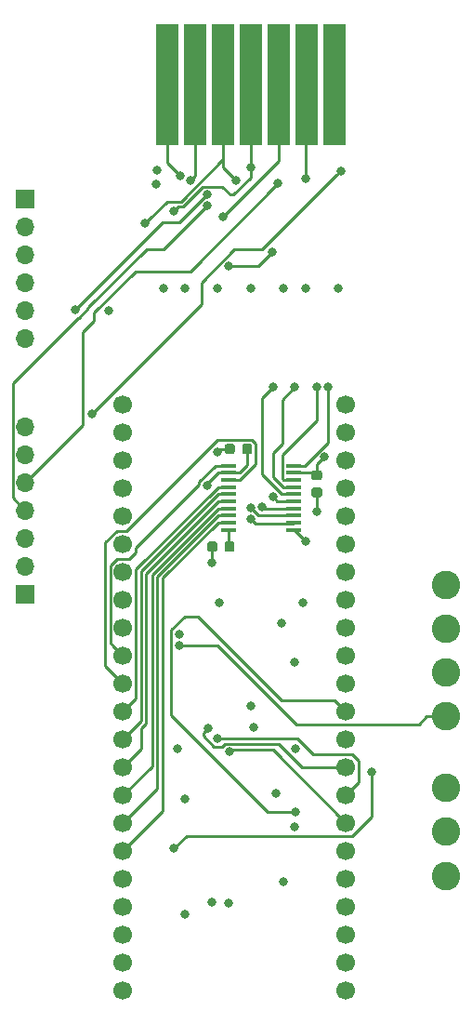
<source format=gtl>
%TF.GenerationSoftware,KiCad,Pcbnew,5.0.2+dfsg1-1*%
%TF.CreationDate,2021-12-28T09:45:32+01:00*%
%TF.ProjectId,GbSwitchFp,47625377-6974-4636-9846-702e6b696361,rev?*%
%TF.SameCoordinates,Original*%
%TF.FileFunction,Copper,L1,Top*%
%TF.FilePolarity,Positive*%
%FSLAX46Y46*%
G04 Gerber Fmt 4.6, Leading zero omitted, Abs format (unit mm)*
G04 Created by KiCad (PCBNEW 5.0.2+dfsg1-1) date Tue 28 Dec 2021 09:45:32 AM CET*
%MOMM*%
%LPD*%
G01*
G04 APERTURE LIST*
%ADD10C,1.700000*%
%ADD11O,1.700000X1.700000*%
%ADD12R,1.700000X1.700000*%
%ADD13C,0.100000*%
%ADD14C,0.875000*%
%ADD15R,2.000000X11.000000*%
%ADD16C,2.600000*%
%ADD17R,1.450000X0.450000*%
%ADD18C,0.800000*%
%ADD19C,0.250000*%
G04 APERTURE END LIST*
D10*
X118872000Y-139446000D03*
X118872000Y-136906000D03*
X118872000Y-134366000D03*
X118872000Y-131826000D03*
X118872000Y-129286000D03*
X118872000Y-126746000D03*
X118872000Y-124206000D03*
X118872000Y-121666000D03*
X118872000Y-119126000D03*
X118872000Y-116586000D03*
X118872000Y-114046000D03*
X118872000Y-111506000D03*
X118872000Y-108966000D03*
X118872000Y-106426000D03*
X118872000Y-103886000D03*
X118872000Y-101346000D03*
X118872000Y-98806000D03*
X118872000Y-96266000D03*
X118872000Y-93726000D03*
X118872000Y-91186000D03*
X118872000Y-88646000D03*
X118872000Y-86106000D03*
X139192000Y-86106000D03*
X139192000Y-88646000D03*
X139192000Y-91186000D03*
X139192000Y-93726000D03*
X139192000Y-96266000D03*
X139192000Y-98806000D03*
X139192000Y-101346000D03*
X139192000Y-103886000D03*
X139192000Y-106426000D03*
X139192000Y-108966000D03*
X139192000Y-111506000D03*
X139192000Y-114046000D03*
X139192000Y-116586000D03*
X139192000Y-119126000D03*
X139192000Y-121666000D03*
X139192000Y-124206000D03*
X139192000Y-126746000D03*
X139192000Y-129286000D03*
X139192000Y-131826000D03*
X139192000Y-134366000D03*
X139192000Y-136906000D03*
X139192000Y-139446000D03*
D11*
X109982000Y-80137000D03*
X109982000Y-77597000D03*
X109982000Y-75057000D03*
X109982000Y-72517000D03*
X109982000Y-69977000D03*
D12*
X109982000Y-67437000D03*
D11*
X109982000Y-88138000D03*
X109982000Y-90678000D03*
X109982000Y-93218000D03*
X109982000Y-95758000D03*
X109982000Y-98298000D03*
X109982000Y-100838000D03*
D12*
X109982000Y-103378000D03*
D13*
G36*
X130415191Y-89696053D02*
X130436426Y-89699203D01*
X130457250Y-89704419D01*
X130477462Y-89711651D01*
X130496868Y-89720830D01*
X130515281Y-89731866D01*
X130532524Y-89744654D01*
X130548430Y-89759070D01*
X130562846Y-89774976D01*
X130575634Y-89792219D01*
X130586670Y-89810632D01*
X130595849Y-89830038D01*
X130603081Y-89850250D01*
X130608297Y-89871074D01*
X130611447Y-89892309D01*
X130612500Y-89913750D01*
X130612500Y-90426250D01*
X130611447Y-90447691D01*
X130608297Y-90468926D01*
X130603081Y-90489750D01*
X130595849Y-90509962D01*
X130586670Y-90529368D01*
X130575634Y-90547781D01*
X130562846Y-90565024D01*
X130548430Y-90580930D01*
X130532524Y-90595346D01*
X130515281Y-90608134D01*
X130496868Y-90619170D01*
X130477462Y-90628349D01*
X130457250Y-90635581D01*
X130436426Y-90640797D01*
X130415191Y-90643947D01*
X130393750Y-90645000D01*
X129956250Y-90645000D01*
X129934809Y-90643947D01*
X129913574Y-90640797D01*
X129892750Y-90635581D01*
X129872538Y-90628349D01*
X129853132Y-90619170D01*
X129834719Y-90608134D01*
X129817476Y-90595346D01*
X129801570Y-90580930D01*
X129787154Y-90565024D01*
X129774366Y-90547781D01*
X129763330Y-90529368D01*
X129754151Y-90509962D01*
X129746919Y-90489750D01*
X129741703Y-90468926D01*
X129738553Y-90447691D01*
X129737500Y-90426250D01*
X129737500Y-89913750D01*
X129738553Y-89892309D01*
X129741703Y-89871074D01*
X129746919Y-89850250D01*
X129754151Y-89830038D01*
X129763330Y-89810632D01*
X129774366Y-89792219D01*
X129787154Y-89774976D01*
X129801570Y-89759070D01*
X129817476Y-89744654D01*
X129834719Y-89731866D01*
X129853132Y-89720830D01*
X129872538Y-89711651D01*
X129892750Y-89704419D01*
X129913574Y-89699203D01*
X129934809Y-89696053D01*
X129956250Y-89695000D01*
X130393750Y-89695000D01*
X130415191Y-89696053D01*
X130415191Y-89696053D01*
G37*
D14*
X130175000Y-90170000D03*
D13*
G36*
X128840191Y-89696053D02*
X128861426Y-89699203D01*
X128882250Y-89704419D01*
X128902462Y-89711651D01*
X128921868Y-89720830D01*
X128940281Y-89731866D01*
X128957524Y-89744654D01*
X128973430Y-89759070D01*
X128987846Y-89774976D01*
X129000634Y-89792219D01*
X129011670Y-89810632D01*
X129020849Y-89830038D01*
X129028081Y-89850250D01*
X129033297Y-89871074D01*
X129036447Y-89892309D01*
X129037500Y-89913750D01*
X129037500Y-90426250D01*
X129036447Y-90447691D01*
X129033297Y-90468926D01*
X129028081Y-90489750D01*
X129020849Y-90509962D01*
X129011670Y-90529368D01*
X129000634Y-90547781D01*
X128987846Y-90565024D01*
X128973430Y-90580930D01*
X128957524Y-90595346D01*
X128940281Y-90608134D01*
X128921868Y-90619170D01*
X128902462Y-90628349D01*
X128882250Y-90635581D01*
X128861426Y-90640797D01*
X128840191Y-90643947D01*
X128818750Y-90645000D01*
X128381250Y-90645000D01*
X128359809Y-90643947D01*
X128338574Y-90640797D01*
X128317750Y-90635581D01*
X128297538Y-90628349D01*
X128278132Y-90619170D01*
X128259719Y-90608134D01*
X128242476Y-90595346D01*
X128226570Y-90580930D01*
X128212154Y-90565024D01*
X128199366Y-90547781D01*
X128188330Y-90529368D01*
X128179151Y-90509962D01*
X128171919Y-90489750D01*
X128166703Y-90468926D01*
X128163553Y-90447691D01*
X128162500Y-90426250D01*
X128162500Y-89913750D01*
X128163553Y-89892309D01*
X128166703Y-89871074D01*
X128171919Y-89850250D01*
X128179151Y-89830038D01*
X128188330Y-89810632D01*
X128199366Y-89792219D01*
X128212154Y-89774976D01*
X128226570Y-89759070D01*
X128242476Y-89744654D01*
X128259719Y-89731866D01*
X128278132Y-89720830D01*
X128297538Y-89711651D01*
X128317750Y-89704419D01*
X128338574Y-89699203D01*
X128359809Y-89696053D01*
X128381250Y-89695000D01*
X128818750Y-89695000D01*
X128840191Y-89696053D01*
X128840191Y-89696053D01*
G37*
D14*
X128600000Y-90170000D03*
D13*
G36*
X136802691Y-93696053D02*
X136823926Y-93699203D01*
X136844750Y-93704419D01*
X136864962Y-93711651D01*
X136884368Y-93720830D01*
X136902781Y-93731866D01*
X136920024Y-93744654D01*
X136935930Y-93759070D01*
X136950346Y-93774976D01*
X136963134Y-93792219D01*
X136974170Y-93810632D01*
X136983349Y-93830038D01*
X136990581Y-93850250D01*
X136995797Y-93871074D01*
X136998947Y-93892309D01*
X137000000Y-93913750D01*
X137000000Y-94351250D01*
X136998947Y-94372691D01*
X136995797Y-94393926D01*
X136990581Y-94414750D01*
X136983349Y-94434962D01*
X136974170Y-94454368D01*
X136963134Y-94472781D01*
X136950346Y-94490024D01*
X136935930Y-94505930D01*
X136920024Y-94520346D01*
X136902781Y-94533134D01*
X136884368Y-94544170D01*
X136864962Y-94553349D01*
X136844750Y-94560581D01*
X136823926Y-94565797D01*
X136802691Y-94568947D01*
X136781250Y-94570000D01*
X136268750Y-94570000D01*
X136247309Y-94568947D01*
X136226074Y-94565797D01*
X136205250Y-94560581D01*
X136185038Y-94553349D01*
X136165632Y-94544170D01*
X136147219Y-94533134D01*
X136129976Y-94520346D01*
X136114070Y-94505930D01*
X136099654Y-94490024D01*
X136086866Y-94472781D01*
X136075830Y-94454368D01*
X136066651Y-94434962D01*
X136059419Y-94414750D01*
X136054203Y-94393926D01*
X136051053Y-94372691D01*
X136050000Y-94351250D01*
X136050000Y-93913750D01*
X136051053Y-93892309D01*
X136054203Y-93871074D01*
X136059419Y-93850250D01*
X136066651Y-93830038D01*
X136075830Y-93810632D01*
X136086866Y-93792219D01*
X136099654Y-93774976D01*
X136114070Y-93759070D01*
X136129976Y-93744654D01*
X136147219Y-93731866D01*
X136165632Y-93720830D01*
X136185038Y-93711651D01*
X136205250Y-93704419D01*
X136226074Y-93699203D01*
X136247309Y-93696053D01*
X136268750Y-93695000D01*
X136781250Y-93695000D01*
X136802691Y-93696053D01*
X136802691Y-93696053D01*
G37*
D14*
X136525000Y-94132500D03*
D13*
G36*
X136802691Y-92121053D02*
X136823926Y-92124203D01*
X136844750Y-92129419D01*
X136864962Y-92136651D01*
X136884368Y-92145830D01*
X136902781Y-92156866D01*
X136920024Y-92169654D01*
X136935930Y-92184070D01*
X136950346Y-92199976D01*
X136963134Y-92217219D01*
X136974170Y-92235632D01*
X136983349Y-92255038D01*
X136990581Y-92275250D01*
X136995797Y-92296074D01*
X136998947Y-92317309D01*
X137000000Y-92338750D01*
X137000000Y-92776250D01*
X136998947Y-92797691D01*
X136995797Y-92818926D01*
X136990581Y-92839750D01*
X136983349Y-92859962D01*
X136974170Y-92879368D01*
X136963134Y-92897781D01*
X136950346Y-92915024D01*
X136935930Y-92930930D01*
X136920024Y-92945346D01*
X136902781Y-92958134D01*
X136884368Y-92969170D01*
X136864962Y-92978349D01*
X136844750Y-92985581D01*
X136823926Y-92990797D01*
X136802691Y-92993947D01*
X136781250Y-92995000D01*
X136268750Y-92995000D01*
X136247309Y-92993947D01*
X136226074Y-92990797D01*
X136205250Y-92985581D01*
X136185038Y-92978349D01*
X136165632Y-92969170D01*
X136147219Y-92958134D01*
X136129976Y-92945346D01*
X136114070Y-92930930D01*
X136099654Y-92915024D01*
X136086866Y-92897781D01*
X136075830Y-92879368D01*
X136066651Y-92859962D01*
X136059419Y-92839750D01*
X136054203Y-92818926D01*
X136051053Y-92797691D01*
X136050000Y-92776250D01*
X136050000Y-92338750D01*
X136051053Y-92317309D01*
X136054203Y-92296074D01*
X136059419Y-92275250D01*
X136066651Y-92255038D01*
X136075830Y-92235632D01*
X136086866Y-92217219D01*
X136099654Y-92199976D01*
X136114070Y-92184070D01*
X136129976Y-92169654D01*
X136147219Y-92156866D01*
X136165632Y-92145830D01*
X136185038Y-92136651D01*
X136205250Y-92129419D01*
X136226074Y-92124203D01*
X136247309Y-92121053D01*
X136268750Y-92120000D01*
X136781250Y-92120000D01*
X136802691Y-92121053D01*
X136802691Y-92121053D01*
G37*
D14*
X136525000Y-92557500D03*
D15*
X122916000Y-57023000D03*
X125456000Y-57023000D03*
X127996000Y-57023000D03*
X130536000Y-57023000D03*
X138156000Y-57023000D03*
X133076000Y-57023000D03*
X135616000Y-57023000D03*
D16*
X148336000Y-129031000D03*
X148336000Y-125031000D03*
X148336000Y-121031000D03*
X148336000Y-114531000D03*
X148336000Y-110531000D03*
X148336000Y-106531000D03*
X148336000Y-102531000D03*
D17*
X128524000Y-91679000D03*
X128524000Y-92329000D03*
X128524000Y-92979000D03*
X128524000Y-93629000D03*
X128524000Y-94279000D03*
X128524000Y-94929000D03*
X128524000Y-95579000D03*
X128524000Y-96229000D03*
X128524000Y-96879000D03*
X128524000Y-97529000D03*
X134424000Y-97529000D03*
X134424000Y-96879000D03*
X134424000Y-96229000D03*
X134424000Y-95579000D03*
X134424000Y-94929000D03*
X134424000Y-94279000D03*
X134424000Y-93629000D03*
X134424000Y-92979000D03*
X134424000Y-92329000D03*
X134424000Y-91679000D03*
D13*
G36*
X128815191Y-98586053D02*
X128836426Y-98589203D01*
X128857250Y-98594419D01*
X128877462Y-98601651D01*
X128896868Y-98610830D01*
X128915281Y-98621866D01*
X128932524Y-98634654D01*
X128948430Y-98649070D01*
X128962846Y-98664976D01*
X128975634Y-98682219D01*
X128986670Y-98700632D01*
X128995849Y-98720038D01*
X129003081Y-98740250D01*
X129008297Y-98761074D01*
X129011447Y-98782309D01*
X129012500Y-98803750D01*
X129012500Y-99316250D01*
X129011447Y-99337691D01*
X129008297Y-99358926D01*
X129003081Y-99379750D01*
X128995849Y-99399962D01*
X128986670Y-99419368D01*
X128975634Y-99437781D01*
X128962846Y-99455024D01*
X128948430Y-99470930D01*
X128932524Y-99485346D01*
X128915281Y-99498134D01*
X128896868Y-99509170D01*
X128877462Y-99518349D01*
X128857250Y-99525581D01*
X128836426Y-99530797D01*
X128815191Y-99533947D01*
X128793750Y-99535000D01*
X128356250Y-99535000D01*
X128334809Y-99533947D01*
X128313574Y-99530797D01*
X128292750Y-99525581D01*
X128272538Y-99518349D01*
X128253132Y-99509170D01*
X128234719Y-99498134D01*
X128217476Y-99485346D01*
X128201570Y-99470930D01*
X128187154Y-99455024D01*
X128174366Y-99437781D01*
X128163330Y-99419368D01*
X128154151Y-99399962D01*
X128146919Y-99379750D01*
X128141703Y-99358926D01*
X128138553Y-99337691D01*
X128137500Y-99316250D01*
X128137500Y-98803750D01*
X128138553Y-98782309D01*
X128141703Y-98761074D01*
X128146919Y-98740250D01*
X128154151Y-98720038D01*
X128163330Y-98700632D01*
X128174366Y-98682219D01*
X128187154Y-98664976D01*
X128201570Y-98649070D01*
X128217476Y-98634654D01*
X128234719Y-98621866D01*
X128253132Y-98610830D01*
X128272538Y-98601651D01*
X128292750Y-98594419D01*
X128313574Y-98589203D01*
X128334809Y-98586053D01*
X128356250Y-98585000D01*
X128793750Y-98585000D01*
X128815191Y-98586053D01*
X128815191Y-98586053D01*
G37*
D14*
X128575000Y-99060000D03*
D13*
G36*
X127240191Y-98586053D02*
X127261426Y-98589203D01*
X127282250Y-98594419D01*
X127302462Y-98601651D01*
X127321868Y-98610830D01*
X127340281Y-98621866D01*
X127357524Y-98634654D01*
X127373430Y-98649070D01*
X127387846Y-98664976D01*
X127400634Y-98682219D01*
X127411670Y-98700632D01*
X127420849Y-98720038D01*
X127428081Y-98740250D01*
X127433297Y-98761074D01*
X127436447Y-98782309D01*
X127437500Y-98803750D01*
X127437500Y-99316250D01*
X127436447Y-99337691D01*
X127433297Y-99358926D01*
X127428081Y-99379750D01*
X127420849Y-99399962D01*
X127411670Y-99419368D01*
X127400634Y-99437781D01*
X127387846Y-99455024D01*
X127373430Y-99470930D01*
X127357524Y-99485346D01*
X127340281Y-99498134D01*
X127321868Y-99509170D01*
X127302462Y-99518349D01*
X127282250Y-99525581D01*
X127261426Y-99530797D01*
X127240191Y-99533947D01*
X127218750Y-99535000D01*
X126781250Y-99535000D01*
X126759809Y-99533947D01*
X126738574Y-99530797D01*
X126717750Y-99525581D01*
X126697538Y-99518349D01*
X126678132Y-99509170D01*
X126659719Y-99498134D01*
X126642476Y-99485346D01*
X126626570Y-99470930D01*
X126612154Y-99455024D01*
X126599366Y-99437781D01*
X126588330Y-99419368D01*
X126579151Y-99399962D01*
X126571919Y-99379750D01*
X126566703Y-99358926D01*
X126563553Y-99337691D01*
X126562500Y-99316250D01*
X126562500Y-98803750D01*
X126563553Y-98782309D01*
X126566703Y-98761074D01*
X126571919Y-98740250D01*
X126579151Y-98720038D01*
X126588330Y-98700632D01*
X126599366Y-98682219D01*
X126612154Y-98664976D01*
X126626570Y-98649070D01*
X126642476Y-98634654D01*
X126659719Y-98621866D01*
X126678132Y-98610830D01*
X126697538Y-98601651D01*
X126717750Y-98594419D01*
X126738574Y-98589203D01*
X126759809Y-98586053D01*
X126781250Y-98585000D01*
X127218750Y-98585000D01*
X127240191Y-98586053D01*
X127240191Y-98586053D01*
G37*
D14*
X127000000Y-99060000D03*
D18*
X126522660Y-93527340D03*
X127000000Y-100502340D03*
X138510000Y-75540000D03*
X130510000Y-75540000D03*
X127510000Y-75540000D03*
X124510000Y-75540000D03*
X133510000Y-75540000D03*
X135510000Y-75540000D03*
X135510000Y-98540000D03*
X134510000Y-109540000D03*
X124510000Y-132540000D03*
X128510000Y-131540000D03*
X134510000Y-124540000D03*
X121997340Y-64814990D03*
X122522660Y-75552660D03*
X117522660Y-77552660D03*
X127447823Y-90452504D03*
X132784990Y-121552660D03*
X124000000Y-107000000D03*
X124500000Y-122000000D03*
X134620000Y-117475000D03*
X136525000Y-95885000D03*
X133350000Y-106045000D03*
X123825000Y-117475000D03*
X127000000Y-131445000D03*
X135255000Y-104140000D03*
X127635000Y-104140000D03*
X137229153Y-90874153D03*
X130510000Y-113540000D03*
X130810000Y-115540000D03*
X133510000Y-129540000D03*
X134620000Y-123190000D03*
X126593528Y-115632793D03*
X127510000Y-116540000D03*
X128563793Y-117715020D03*
X130510000Y-96540000D03*
X130510000Y-95540000D03*
X131547486Y-95479164D03*
X132510000Y-94540000D03*
X132510000Y-84540000D03*
X121920000Y-66040000D03*
X137510000Y-84540000D03*
X136510000Y-84540000D03*
X134510000Y-84540000D03*
X141510000Y-119540000D03*
X123510000Y-126540000D03*
X124033913Y-108039958D03*
X116000000Y-87000000D03*
X138714849Y-64846529D03*
X133000000Y-66000000D03*
X126512660Y-68012660D03*
X114500000Y-77500000D03*
X126500000Y-67000000D03*
X135510000Y-65540000D03*
X128510000Y-73540000D03*
X132470663Y-72264999D03*
X129170980Y-65698142D03*
X120902362Y-69622958D03*
X130510000Y-64540000D03*
X123500000Y-68500000D03*
X124125106Y-65309495D03*
X128000000Y-69000000D03*
X125029905Y-65735361D03*
D19*
X127549000Y-96879000D02*
X122510000Y-101918000D01*
X128524000Y-96879000D02*
X127549000Y-96879000D01*
X122510000Y-123108000D02*
X118872000Y-126746000D01*
X122510000Y-101918000D02*
X122510000Y-123108000D01*
X121960009Y-121117991D02*
X118872000Y-124206000D01*
X127549000Y-96229000D02*
X121960010Y-101817990D01*
X121960010Y-101817990D02*
X121960009Y-121117991D01*
X128524000Y-96229000D02*
X127549000Y-96229000D01*
X127549000Y-95579000D02*
X121510000Y-101618000D01*
X128524000Y-95579000D02*
X127549000Y-95579000D01*
X121510000Y-119028000D02*
X118872000Y-121666000D01*
X121510000Y-101618000D02*
X121510000Y-119028000D01*
X120960009Y-115134401D02*
X120510000Y-115584410D01*
X120960010Y-101517990D02*
X120960009Y-115134401D01*
X127549000Y-94929000D02*
X120960010Y-101517990D01*
X128524000Y-94929000D02*
X127549000Y-94929000D01*
X120510000Y-117488000D02*
X118872000Y-119126000D01*
X120510000Y-115584410D02*
X120510000Y-117488000D01*
X127549000Y-94279000D02*
X120510000Y-101318000D01*
X128524000Y-94279000D02*
X127549000Y-94279000D01*
X120510000Y-114948000D02*
X118872000Y-116586000D01*
X120510000Y-101318000D02*
X120510000Y-114948000D01*
X119721999Y-113196001D02*
X118872000Y-114046000D01*
X120047001Y-112870999D02*
X119721999Y-113196001D01*
X120047001Y-101130999D02*
X120047001Y-112870999D01*
X127549000Y-93629000D02*
X120047001Y-101130999D01*
X128524000Y-93629000D02*
X127549000Y-93629000D01*
X118022001Y-110656001D02*
X118872000Y-111506000D01*
X119198321Y-97630999D02*
X118307999Y-97630999D01*
X117246989Y-109880989D02*
X118022001Y-110656001D01*
X117246989Y-98692009D02*
X117246989Y-109880989D01*
X118307999Y-97630999D02*
X117246989Y-98692009D01*
X127459330Y-89369990D02*
X119198321Y-97630999D01*
X130618984Y-89369990D02*
X127459330Y-89369990D01*
X130937510Y-91540490D02*
X130937510Y-89688516D01*
X129499000Y-92979000D02*
X130937510Y-91540490D01*
X128524000Y-92979000D02*
X129499000Y-92979000D01*
X130937510Y-89688516D02*
X130618984Y-89369990D01*
X118022001Y-108116001D02*
X118872000Y-108966000D01*
X120047001Y-99180999D02*
X120047001Y-99559999D01*
X117696999Y-107790999D02*
X118022001Y-108116001D01*
X118307999Y-100170999D02*
X117696999Y-100781999D01*
X127297996Y-91679000D02*
X125784998Y-93191998D01*
X119436001Y-100170999D02*
X118307999Y-100170999D01*
X120047001Y-99559999D02*
X119436001Y-100170999D01*
X125784998Y-93443002D02*
X120047001Y-99180999D01*
X125784998Y-93191998D02*
X125784998Y-93443002D01*
X128524000Y-91679000D02*
X127297996Y-91679000D01*
X117696999Y-100781999D02*
X117696999Y-107790999D01*
X130175000Y-90645000D02*
X130175000Y-90170000D01*
X130175000Y-91653000D02*
X130175000Y-90645000D01*
X129499000Y-92329000D02*
X130175000Y-91653000D01*
X128524000Y-92329000D02*
X129499000Y-92329000D01*
X126522660Y-93355340D02*
X126522660Y-93527340D01*
X128524000Y-92329000D02*
X127549000Y-92329000D01*
X127549000Y-92329000D02*
X126522660Y-93355340D01*
X127000000Y-99060000D02*
X127000000Y-100502340D01*
X134499000Y-97529000D02*
X135510000Y-98540000D01*
X134424000Y-97529000D02*
X134499000Y-97529000D01*
X127730327Y-90170000D02*
X127447823Y-90452504D01*
X128600000Y-90170000D02*
X127730327Y-90170000D01*
X136525000Y-94132500D02*
X136525000Y-95885000D01*
X136296500Y-92329000D02*
X136525000Y-92557500D01*
X134424000Y-92329000D02*
X136296500Y-92329000D01*
X136525000Y-92557500D02*
X136525000Y-91578306D01*
X136525000Y-91578306D02*
X137229153Y-90874153D01*
X138176000Y-113030000D02*
X139192000Y-114046000D01*
X133350000Y-113030000D02*
X138176000Y-113030000D01*
X132080000Y-123190000D02*
X123274999Y-114384999D01*
X134620000Y-123190000D02*
X132080000Y-123190000D01*
X124516998Y-105410000D02*
X125730000Y-105410000D01*
X123274999Y-114384999D02*
X123274999Y-106651999D01*
X123274999Y-106651999D02*
X124516998Y-105410000D01*
X125730000Y-105410000D02*
X133350000Y-113030000D01*
X137989919Y-119126000D02*
X139192000Y-119126000D01*
X135197998Y-119126000D02*
X137989919Y-119126000D01*
X133062017Y-116990019D02*
X135197998Y-119126000D01*
X128132983Y-116990019D02*
X133062017Y-116990019D01*
X127858001Y-117265001D02*
X128132983Y-116990019D01*
X127161999Y-117265001D02*
X127858001Y-117265001D01*
X126193529Y-116296531D02*
X127161999Y-117265001D01*
X126193529Y-116032792D02*
X126193529Y-116296531D01*
X126593528Y-115632793D02*
X126193529Y-116032792D01*
X140041999Y-120816001D02*
X139192000Y-121666000D01*
X140367001Y-120490999D02*
X140041999Y-120816001D01*
X140367001Y-118561999D02*
X140367001Y-120490999D01*
X136169001Y-117950999D02*
X139756001Y-117950999D01*
X139756001Y-117950999D02*
X140367001Y-118561999D01*
X134758002Y-116540000D02*
X136169001Y-117950999D01*
X127510000Y-116540000D02*
X134758002Y-116540000D01*
X128738813Y-117540000D02*
X128563793Y-117715020D01*
X139192000Y-124206000D02*
X132526000Y-117540000D01*
X132526000Y-117540000D02*
X128738813Y-117540000D01*
X134363001Y-96939999D02*
X134424000Y-96879000D01*
X130909999Y-96939999D02*
X134363001Y-96939999D01*
X130510000Y-96540000D02*
X130909999Y-96939999D01*
X131235001Y-96229000D02*
X133449000Y-96229000D01*
X133449000Y-96229000D02*
X134424000Y-96229000D01*
X130510000Y-95540000D02*
X130546001Y-95540000D01*
X130546001Y-95540000D02*
X131235001Y-96229000D01*
X131647322Y-95579000D02*
X131547486Y-95479164D01*
X134424000Y-95579000D02*
X131647322Y-95579000D01*
X132899000Y-94929000D02*
X134424000Y-94929000D01*
X132510000Y-94540000D02*
X132899000Y-94929000D01*
X134424000Y-94279000D02*
X133322002Y-94279000D01*
X133322002Y-94279000D02*
X131510000Y-92466998D01*
X131510000Y-92466998D02*
X131510000Y-85540000D01*
X131510000Y-85540000D02*
X132110001Y-84939999D01*
X132110001Y-84939999D02*
X132510000Y-84540000D01*
X128524000Y-99009000D02*
X128575000Y-99060000D01*
X128524000Y-97529000D02*
X128524000Y-99009000D01*
X137510000Y-84540000D02*
X137510000Y-89568000D01*
X135399000Y-91679000D02*
X134424000Y-91679000D01*
X137510000Y-89568000D02*
X135399000Y-91679000D01*
X133373999Y-92903999D02*
X133449000Y-92979000D01*
X133449000Y-92979000D02*
X134424000Y-92979000D01*
X136510000Y-84540000D02*
X136510000Y-87540000D01*
X136510000Y-87540000D02*
X133373999Y-90676001D01*
X133373999Y-90676001D02*
X133373999Y-92903999D01*
X134510000Y-84540000D02*
X133373999Y-85676001D01*
X133373999Y-85676001D02*
X133373999Y-89676001D01*
X133373999Y-89676001D02*
X132510000Y-90540000D01*
X132510000Y-90540000D02*
X132510000Y-92690000D01*
X132510000Y-92690000D02*
X133449000Y-93629000D01*
X133449000Y-93629000D02*
X134424000Y-93629000D01*
X139756001Y-125381001D02*
X124668999Y-125381001D01*
X141510000Y-123627002D02*
X139756001Y-125381001D01*
X141510000Y-119540000D02*
X141510000Y-123627002D01*
X124668999Y-125381001D02*
X123510000Y-126540000D01*
X127475190Y-108039958D02*
X124599598Y-108039958D01*
X148336000Y-114531000D02*
X146497523Y-114531000D01*
X145807522Y-115221001D02*
X134656233Y-115221001D01*
X124599598Y-108039958D02*
X124033913Y-108039958D01*
X146497523Y-114531000D02*
X145807522Y-115221001D01*
X134656233Y-115221001D02*
X127475190Y-108039958D01*
X138314850Y-65246528D02*
X138714849Y-64846529D01*
X131561378Y-72000000D02*
X138314850Y-65246528D01*
X126000000Y-75000000D02*
X129000000Y-72000000D01*
X116000000Y-87000000D02*
X126000000Y-77000000D01*
X129000000Y-72000000D02*
X131561378Y-72000000D01*
X126000000Y-77000000D02*
X126000000Y-75000000D01*
X125000000Y-74000000D02*
X120000000Y-74000000D01*
X115175012Y-88024988D02*
X110831999Y-92368001D01*
X116225001Y-77774999D02*
X116225001Y-78484412D01*
X120000000Y-74000000D02*
X116225001Y-77774999D01*
X133000000Y-66000000D02*
X125000000Y-74000000D01*
X116225001Y-78484412D02*
X115175012Y-79534401D01*
X115175012Y-79534401D02*
X115175012Y-88024988D01*
X110831999Y-92368001D02*
X109982000Y-93218000D01*
X121000000Y-72000000D02*
X122525320Y-72000000D01*
X126112661Y-68412659D02*
X126512660Y-68012660D01*
X114848001Y-78225001D02*
X115725001Y-77348001D01*
X122525320Y-72000000D02*
X126112661Y-68412659D01*
X108806999Y-94582999D02*
X108806999Y-84193001D01*
X109982000Y-95758000D02*
X108806999Y-94582999D01*
X108806999Y-84193001D02*
X114774999Y-78225001D01*
X115725001Y-77274999D02*
X121000000Y-72000000D01*
X114774999Y-78225001D02*
X114848001Y-78225001D01*
X115725001Y-77348001D02*
X115725001Y-77274999D01*
X114500000Y-77500000D02*
X122500000Y-69500000D01*
X122500000Y-69500000D02*
X124000000Y-69500000D01*
X124000000Y-69500000D02*
X126500000Y-67000000D01*
X135510000Y-57129000D02*
X135616000Y-57023000D01*
X135510000Y-65540000D02*
X135510000Y-57129000D01*
X128510000Y-73540000D02*
X131195662Y-73540000D01*
X131195662Y-73540000D02*
X132470663Y-72264999D01*
X127996000Y-57023000D02*
X127996000Y-64523162D01*
X127996000Y-64523162D02*
X129170980Y-65698142D01*
X122895585Y-67629735D02*
X121302361Y-69222959D01*
X127996000Y-57023000D02*
X127996000Y-63794585D01*
X127996000Y-63794585D02*
X124160850Y-67629735D01*
X124160850Y-67629735D02*
X122895585Y-67629735D01*
X121302361Y-69222959D02*
X120902362Y-69622958D01*
X130510000Y-57049000D02*
X130536000Y-57023000D01*
X130510000Y-64540000D02*
X130510000Y-57049000D01*
X128615685Y-67000000D02*
X127890683Y-66274998D01*
X123899999Y-68100001D02*
X123500000Y-68500000D01*
X128942124Y-67000000D02*
X128615685Y-67000000D01*
X130510000Y-64540000D02*
X130510000Y-65432124D01*
X130510000Y-65432124D02*
X128942124Y-67000000D01*
X127890683Y-66274998D02*
X126151998Y-66274998D01*
X126151998Y-66274998D02*
X124326995Y-68100001D01*
X124326995Y-68100001D02*
X123899999Y-68100001D01*
X122916000Y-57023000D02*
X122916000Y-64100389D01*
X122916000Y-64100389D02*
X124125106Y-65309495D01*
X133076000Y-63924000D02*
X129000000Y-68000000D01*
X133076000Y-57023000D02*
X133076000Y-63924000D01*
X129000000Y-68000000D02*
X128000000Y-69000000D01*
X125456000Y-57023000D02*
X125456000Y-65309266D01*
X125456000Y-65309266D02*
X125029905Y-65735361D01*
M02*

</source>
